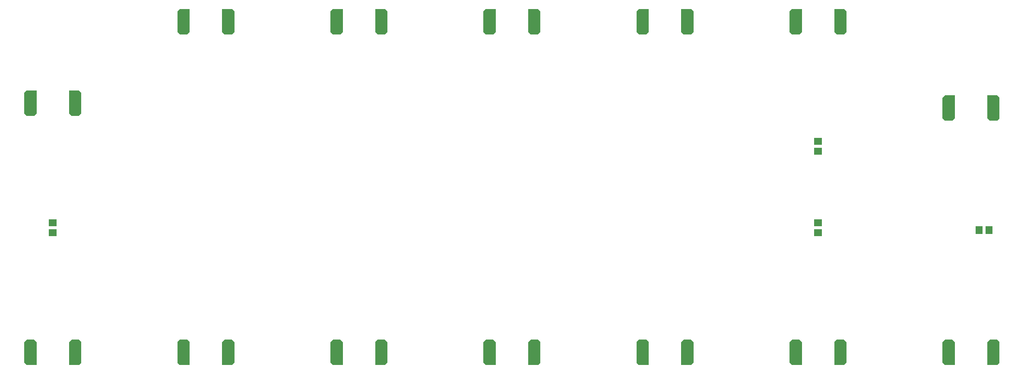
<source format=gbr>
%FSTAX66Y66*%
%MOMM*%
%SFA1B1*%

%IPPOS*%
%ADD10R,1.549997X1.349997*%
%ADD11R,1.349997X1.549997*%
%LNduts_paste_top-1*%
%LPD*%
G36*
X000111824998Y000065481987D02*
X000111342398Y000064999387D01*
X000109894598*
X000109411998Y000065481987*
Y000069516777*
X000109894598Y000069999377*
X000111824998*
Y000065481987*
G37*
G36*
X000090587982Y000069516371D02*
Y000065481581D01*
X000090105382Y000064998981*
X000088657582*
X000088174982Y000065481581*
Y000069998971*
X000090105382*
X000090587982Y000069516371*
G37*
G36*
X000081824982Y000065481581D02*
X000081342382Y000064998981D01*
X000079894582*
X000079411982Y000065481581*
Y000069516371*
X000079894582Y000069998971*
X000081824982*
Y000065481581*
G37*
G36*
X000060587991Y00006951599D02*
Y000065481174D01*
X000060105391Y000064998574*
X000058657591*
X000058174991Y000065481174*
Y00006999859*
X000060105391*
X000060587991Y00006951599*
G37*
G36*
X000051824991Y000065481174D02*
X000051342391Y000064998574D01*
X000049894591*
X000049411991Y000065481174*
Y00006951599*
X000049894591Y00006999859*
X000051824991*
Y000065481174*
G37*
G36*
X000030587975Y000053515768D02*
Y000049480978D01*
X000030105375Y000048998378*
X000028657575*
X000028174975Y000049480978*
Y000053998368*
X000030105375*
X000030587975Y000053515768*
G37*
G36*
X000021824975Y000049480978D02*
X000021342375Y000048998378D01*
X000019894575*
X000019411975Y000049480978*
Y000053515768*
X000019894575Y000053998368*
X000021824975*
Y000049480978*
G37*
G36*
X000111824998Y000004518406D02*
Y00000000099D01*
X000109894598*
X000109411998Y00000048359*
Y000004518406*
X000109894598Y000005001006*
X000111342398*
X000111824998Y000004518406*
G37*
G36*
X000090587982Y000004517999D02*
Y000000483184D01*
X000090105382Y000000000584*
X000088174982*
Y000004517999*
X000088657582Y000005000599*
X000090105382*
X000090587982Y000004517999*
G37*
G36*
X000081824982D02*
Y000000000584D01*
X000079894582*
X000079411982Y000000483184*
Y000004517999*
X000079894582Y000005000599*
X000081342382*
X000081824982Y000004517999*
G37*
G36*
X000060587991Y000004517593D02*
Y000000482777D01*
X000060105391Y000000000177*
X000058174991*
Y000004517593*
X000058657591Y000005000193*
X000060105391*
X000060587991Y000004517593*
G37*
G36*
X000051824991D02*
Y000000000177D01*
X000049894591*
X000049411991Y000000482777*
Y000004517593*
X000049894591Y000005000193*
X000051342391*
X000051824991Y000004517593*
G37*
G36*
X000030587975Y000004517186D02*
Y000000482396D01*
X000030105375Y-000000000177*
X000028174975*
Y000004517186*
X000028657575Y000004999786*
X000030105375*
X000030587975Y000004517186*
G37*
G36*
X000021824975D02*
Y-000000000177D01*
X000019894575*
X000019411975Y000000482396*
Y000004517186*
X000019894575Y000004999786*
X000021342375*
X000021824975Y000004517186*
G37*
G36*
X000180588005Y00006951759D02*
Y000065482774D01*
X000180105405Y000065000174*
X000178657605*
X00017817498Y000065482774*
Y00007000019*
X000180105405*
X000180588005Y00006951759*
G37*
G36*
X000171825005Y000065482774D02*
X000171342405Y000065000174D01*
X000169894605*
X00016941198Y000065482774*
Y00006951759*
X000169894605Y00007000019*
X000171825005*
Y000065482774*
G37*
G36*
X000150587989Y000069517183D02*
Y000065482393D01*
X000150105389Y000064999793*
X000148657589*
X000148174989Y000065482393*
Y000069999783*
X000150105389*
X000150587989Y000069517183*
G37*
G36*
X000141824989Y000065482393D02*
X000141342389Y000064999793D01*
X000139894589*
X000139411989Y000065482393*
Y000069517183*
X000139894589Y000069999783*
X000141824989*
Y000065482393*
G37*
G36*
X000120587998Y000069516777D02*
Y000065481987D01*
X000120105398Y000064999387*
X000118657598*
X000118174998Y000065481987*
Y000069999377*
X000120105398*
X000120587998Y000069516777*
G37*
G36*
X000210587996Y000052518183D02*
Y000048483393D01*
X000210105396Y000048000793*
X000208657596*
X000208174996Y000048483393*
Y000053000783*
X000210105396*
X000210587996Y000052518183*
G37*
G36*
X000201824996Y000048483393D02*
X000201342396Y000048000793D01*
X000199894596*
X000199411996Y000048483393*
Y000052518183*
X000199894596Y000053000783*
X000201824996*
Y000048483393*
G37*
G36*
X000210587996Y000004519803D02*
Y000000484987D01*
X000210105396Y000000002387*
X000208174996*
Y000004519803*
X000208657596Y000005002403*
X000210105396*
X000210587996Y000004519803*
G37*
G36*
X000201824996D02*
Y000000002387D01*
X000199894596*
X000199411996Y000000484987*
Y000004519803*
X000199894596Y000005002403*
X000201342396*
X000201824996Y000004519803*
G37*
G36*
X000180588005Y000004519193D02*
Y000000484403D01*
X000180105405Y000000001803*
X00017817498*
Y000004519193*
X000178657605Y000005001793*
X000180105405*
X000180588005Y000004519193*
G37*
G36*
X000171825005D02*
Y000000001803D01*
X000169894605*
X00016941198Y000000484403*
Y000004519193*
X000169894605Y000005001793*
X000171342405*
X000171825005Y000004519193*
G37*
G36*
X000150587989Y000004518787D02*
Y000000483997D01*
X000150105389Y000000001397*
X000148174989*
Y000004518787*
X000148657589Y000005001387*
X000150105389*
X000150587989Y000004518787*
G37*
G36*
X000141824989D02*
Y000000001397D01*
X000139894589*
X000139411989Y000000483997*
Y000004518787*
X000139894589Y000005001387*
X000141342389*
X000141824989Y000004518787*
G37*
G36*
X000120587998Y000004518406D02*
Y00000048359D01*
X000120105398Y00000000099*
X000118174998*
Y000004518406*
X000118657598Y000005001006*
X000120105398*
X000120587998Y000004518406*
G37*
G54D10*
X000024999975Y000026024078D03*
Y000027974086D03*
X000175000005Y000026001802D03*
Y000027951785D03*
Y000044000191D03*
Y000042050182D03*
G54D11*
X000206595522Y000026502385D03*
X000208545531D03*
M02*
</source>
